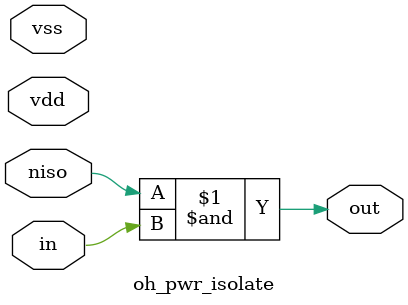
<source format=v>

module oh_pwr_isolate #(parameter DW   = 1, // width of data inputs
			parameter ASIC = 0  // use ASIC lib
			) 
   (
    input 	    vdd, // supply (set to 1 if valid)
    input 	    vss, // ground (set to 0 if valid)
    input 	    niso,// active low isolation signal
    input [DW-1:0]  in,  // input signal
    output [DW-1:0] out  // buffered output signal
    );


`ifdef TARGET_SIM   
   assign out[DW-1:0] = ((vdd===1'b1) && (vss===1'b0)) ? ({(DW){niso}} & in[DW-1:0]):
		                                         {(DW){1'bX}};
`else
   generate
      if(ASIC)	
	begin : asic
	   asic_iso i_iso [DW-1:0] (.niso(niso),
				    .in(in[DW-1:0]),
				    .out(out[DW-1:0]));
	end
      else
	begin : generic
	   assign out[DW-1:0] = {(DW){niso}} & in[DW-1:0];
	end
   endgenerate
`endif
   
endmodule // oh_buf

</source>
